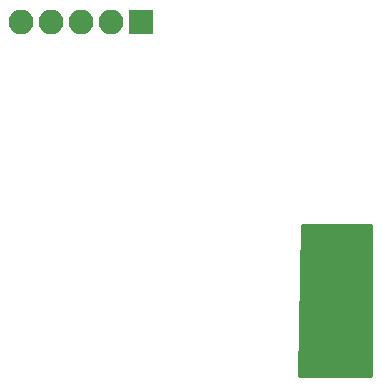
<source format=gbr>
G04 #@! TF.FileFunction,Soldermask,Bot*
%FSLAX46Y46*%
G04 Gerber Fmt 4.6, Leading zero omitted, Abs format (unit mm)*
G04 Created by KiCad (PCBNEW 4.0.7) date 07/08/18 18:21:33*
%MOMM*%
%LPD*%
G01*
G04 APERTURE LIST*
%ADD10C,0.100000*%
%ADD11R,2.100000X2.100000*%
%ADD12O,2.100000X2.100000*%
%ADD13C,0.254000*%
G04 APERTURE END LIST*
D10*
D11*
X112000000Y-58000000D03*
D12*
X109460000Y-58000000D03*
X106920000Y-58000000D03*
X104380000Y-58000000D03*
X101840000Y-58000000D03*
D13*
G36*
X131445000Y-88011000D02*
X125351490Y-88011000D01*
X125600558Y-75184000D01*
X131445000Y-75184000D01*
X131445000Y-88011000D01*
X131445000Y-88011000D01*
G37*
X131445000Y-88011000D02*
X125351490Y-88011000D01*
X125600558Y-75184000D01*
X131445000Y-75184000D01*
X131445000Y-88011000D01*
M02*

</source>
